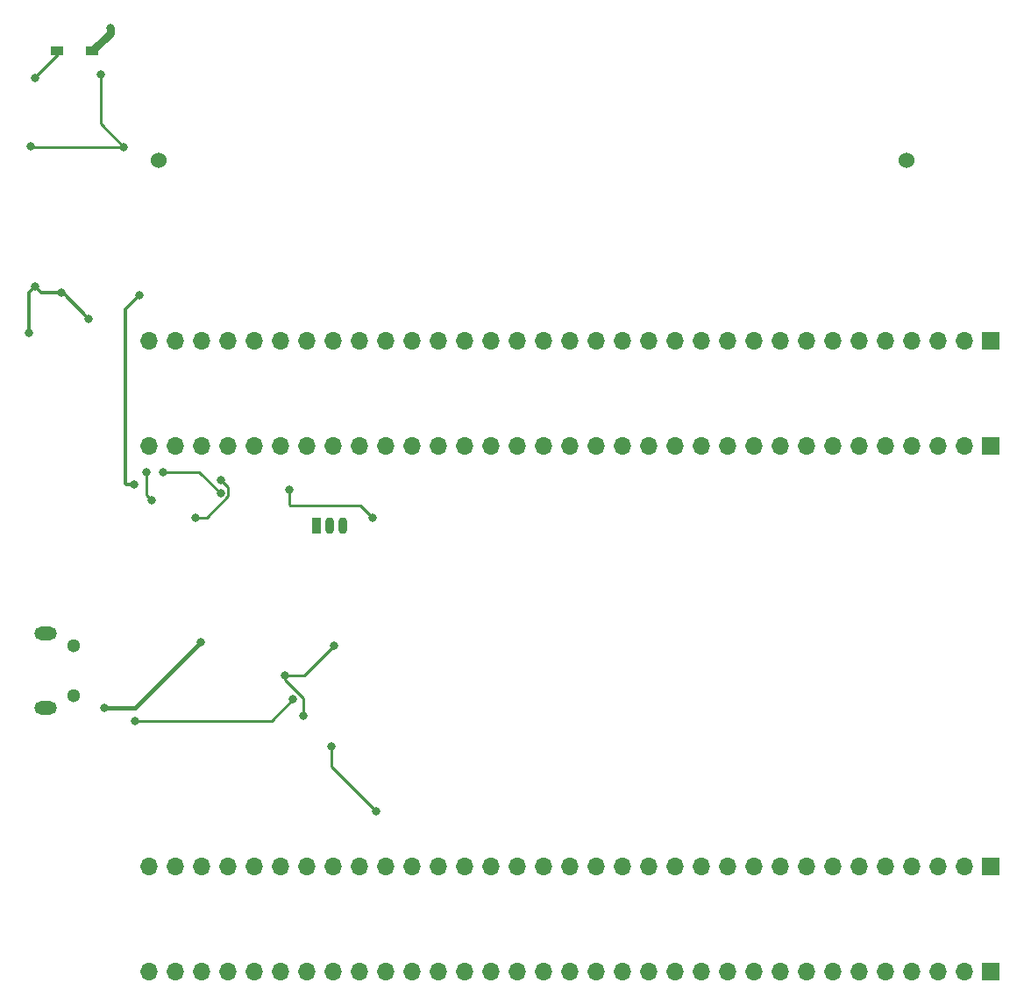
<source format=gbr>
%TF.GenerationSoftware,KiCad,Pcbnew,(6.0.2-0)*%
%TF.CreationDate,2022-03-20T10:30:06+02:00*%
%TF.ProjectId,main,6d61696e-2e6b-4696-9361-645f70636258,rev?*%
%TF.SameCoordinates,Original*%
%TF.FileFunction,Copper,L1,Top*%
%TF.FilePolarity,Positive*%
%FSLAX46Y46*%
G04 Gerber Fmt 4.6, Leading zero omitted, Abs format (unit mm)*
G04 Created by KiCad (PCBNEW (6.0.2-0)) date 2022-03-20 10:30:06*
%MOMM*%
%LPD*%
G01*
G04 APERTURE LIST*
%TA.AperFunction,ComponentPad*%
%ADD10R,1.700000X1.700000*%
%TD*%
%TA.AperFunction,ComponentPad*%
%ADD11O,1.700000X1.700000*%
%TD*%
%TA.AperFunction,ComponentPad*%
%ADD12C,1.524000*%
%TD*%
%TA.AperFunction,SMDPad,CuDef*%
%ADD13R,1.200000X0.950000*%
%TD*%
%TA.AperFunction,ComponentPad*%
%ADD14C,1.300000*%
%TD*%
%TA.AperFunction,ComponentPad*%
%ADD15O,2.200000X1.300000*%
%TD*%
%TA.AperFunction,ComponentPad*%
%ADD16R,0.900000X1.600000*%
%TD*%
%TA.AperFunction,ComponentPad*%
%ADD17O,0.900000X1.600000*%
%TD*%
%TA.AperFunction,ViaPad*%
%ADD18C,0.800000*%
%TD*%
%TA.AperFunction,Conductor*%
%ADD19C,0.250000*%
%TD*%
%TA.AperFunction,Conductor*%
%ADD20C,0.350000*%
%TD*%
%TA.AperFunction,Conductor*%
%ADD21C,0.800000*%
%TD*%
%TA.AperFunction,Conductor*%
%ADD22C,0.400000*%
%TD*%
G04 APERTURE END LIST*
D10*
%TO.P,J2,1,Pin_1*%
%TO.N,+3V0*%
X185280000Y-75610000D03*
D11*
%TO.P,J2,2,Pin_2*%
%TO.N,GND*%
X182740000Y-75610000D03*
%TO.P,J2,3,Pin_3*%
%TO.N,/VBAT*%
X180200000Y-75610000D03*
%TO.P,J2,4,Pin_4*%
%TO.N,/PC13*%
X177660000Y-75610000D03*
%TO.P,J2,5,Pin_5*%
%TO.N,/PC14*%
X175120000Y-75610000D03*
%TO.P,J2,6,Pin_6*%
%TO.N,/PC15*%
X172580000Y-75610000D03*
%TO.P,J2,7,Pin_7*%
%TO.N,/PF0*%
X170040000Y-75610000D03*
%TO.P,J2,8,Pin_8*%
%TO.N,/PF1*%
X167500000Y-75610000D03*
%TO.P,J2,9,Pin_9*%
%TO.N,GND*%
X164960000Y-75610000D03*
%TO.P,J2,10,Pin_10*%
%TO.N,/NRST*%
X162420000Y-75610000D03*
%TO.P,J2,11,Pin_11*%
%TO.N,/PC0*%
X159880000Y-75610000D03*
%TO.P,J2,12,Pin_12*%
%TO.N,/PC1*%
X157340000Y-75610000D03*
%TO.P,J2,13,Pin_13*%
%TO.N,/PC2*%
X154800000Y-75610000D03*
%TO.P,J2,14,Pin_14*%
%TO.N,/PC3*%
X152260000Y-75610000D03*
%TO.P,J2,15,Pin_15*%
%TO.N,/PA0*%
X149720000Y-75610000D03*
%TO.P,J2,16,Pin_16*%
%TO.N,/PA1*%
X147180000Y-75610000D03*
%TO.P,J2,17,Pin_17*%
%TO.N,/PA2*%
X144640000Y-75610000D03*
%TO.P,J2,18,Pin_18*%
%TO.N,/PA3*%
X142100000Y-75610000D03*
%TO.P,J2,19,Pin_19*%
%TO.N,/PF4*%
X139560000Y-75610000D03*
%TO.P,J2,20,Pin_20*%
%TO.N,/PF5*%
X137020000Y-75610000D03*
%TO.P,J2,21,Pin_21*%
%TO.N,/PA4*%
X134480000Y-75610000D03*
%TO.P,J2,22,Pin_22*%
%TO.N,/PA5*%
X131940000Y-75610000D03*
%TO.P,J2,23,Pin_23*%
%TO.N,/PA6*%
X129400000Y-75610000D03*
%TO.P,J2,24,Pin_24*%
%TO.N,/PA7*%
X126860000Y-75610000D03*
%TO.P,J2,25,Pin_25*%
%TO.N,/PC4*%
X124320000Y-75610000D03*
%TO.P,J2,26,Pin_26*%
%TO.N,/PC5*%
X121780000Y-75610000D03*
%TO.P,J2,27,Pin_27*%
%TO.N,/PB0*%
X119240000Y-75610000D03*
%TO.P,J2,28,Pin_28*%
%TO.N,/PB1*%
X116700000Y-75610000D03*
%TO.P,J2,29,Pin_29*%
%TO.N,/PB2*%
X114160000Y-75610000D03*
%TO.P,J2,30,Pin_30*%
%TO.N,/PB10*%
X111620000Y-75610000D03*
%TO.P,J2,31,Pin_31*%
%TO.N,/PB11*%
X109080000Y-75610000D03*
%TO.P,J2,32,Pin_32*%
%TO.N,/PB12*%
X106540000Y-75610000D03*
%TO.P,J2,33,Pin_33*%
%TO.N,GND*%
X104000000Y-75610000D03*
%TD*%
D10*
%TO.P,J1,1,Pin_1*%
%TO.N,+3V0*%
X185280000Y-65450000D03*
D11*
%TO.P,J1,2,Pin_2*%
%TO.N,GND*%
X182740000Y-65450000D03*
%TO.P,J1,3,Pin_3*%
%TO.N,/VBAT*%
X180200000Y-65450000D03*
%TO.P,J1,4,Pin_4*%
%TO.N,/PC13*%
X177660000Y-65450000D03*
%TO.P,J1,5,Pin_5*%
%TO.N,/PC14*%
X175120000Y-65450000D03*
%TO.P,J1,6,Pin_6*%
%TO.N,/PC15*%
X172580000Y-65450000D03*
%TO.P,J1,7,Pin_7*%
%TO.N,/PF0*%
X170040000Y-65450000D03*
%TO.P,J1,8,Pin_8*%
%TO.N,/PF1*%
X167500000Y-65450000D03*
%TO.P,J1,9,Pin_9*%
%TO.N,GND*%
X164960000Y-65450000D03*
%TO.P,J1,10,Pin_10*%
%TO.N,/NRST*%
X162420000Y-65450000D03*
%TO.P,J1,11,Pin_11*%
%TO.N,/PC0*%
X159880000Y-65450000D03*
%TO.P,J1,12,Pin_12*%
%TO.N,/PC1*%
X157340000Y-65450000D03*
%TO.P,J1,13,Pin_13*%
%TO.N,/PC2*%
X154800000Y-65450000D03*
%TO.P,J1,14,Pin_14*%
%TO.N,/PC3*%
X152260000Y-65450000D03*
%TO.P,J1,15,Pin_15*%
%TO.N,/PA0*%
X149720000Y-65450000D03*
%TO.P,J1,16,Pin_16*%
%TO.N,/PA1*%
X147180000Y-65450000D03*
%TO.P,J1,17,Pin_17*%
%TO.N,/PA2*%
X144640000Y-65450000D03*
%TO.P,J1,18,Pin_18*%
%TO.N,/PA3*%
X142100000Y-65450000D03*
%TO.P,J1,19,Pin_19*%
%TO.N,/PF4*%
X139560000Y-65450000D03*
%TO.P,J1,20,Pin_20*%
%TO.N,/PF5*%
X137020000Y-65450000D03*
%TO.P,J1,21,Pin_21*%
%TO.N,/PA4*%
X134480000Y-65450000D03*
%TO.P,J1,22,Pin_22*%
%TO.N,/PA5*%
X131940000Y-65450000D03*
%TO.P,J1,23,Pin_23*%
%TO.N,/PA6*%
X129400000Y-65450000D03*
%TO.P,J1,24,Pin_24*%
%TO.N,/PA7*%
X126860000Y-65450000D03*
%TO.P,J1,25,Pin_25*%
%TO.N,/PC4*%
X124320000Y-65450000D03*
%TO.P,J1,26,Pin_26*%
%TO.N,/PC5*%
X121780000Y-65450000D03*
%TO.P,J1,27,Pin_27*%
%TO.N,/PB0*%
X119240000Y-65450000D03*
%TO.P,J1,28,Pin_28*%
%TO.N,/PB1*%
X116700000Y-65450000D03*
%TO.P,J1,29,Pin_29*%
%TO.N,/PB2*%
X114160000Y-65450000D03*
%TO.P,J1,30,Pin_30*%
%TO.N,/PB10*%
X111620000Y-65450000D03*
%TO.P,J1,31,Pin_31*%
%TO.N,/PB11*%
X109080000Y-65450000D03*
%TO.P,J1,32,Pin_32*%
%TO.N,/PB12*%
X106540000Y-65450000D03*
%TO.P,J1,33,Pin_33*%
%TO.N,GND*%
X104000000Y-65450000D03*
%TD*%
D10*
%TO.P,J4,1,Pin_1*%
%TO.N,+5V*%
X185280000Y-126410000D03*
D11*
%TO.P,J4,2,Pin_2*%
%TO.N,GND*%
X182740000Y-126410000D03*
%TO.P,J4,3,Pin_3*%
%TO.N,/PB9*%
X180200000Y-126410000D03*
%TO.P,J4,4,Pin_4*%
%TO.N,/PB8*%
X177660000Y-126410000D03*
%TO.P,J4,5,Pin_5*%
%TO.N,VDD*%
X175120000Y-126410000D03*
%TO.P,J4,6,Pin_6*%
%TO.N,/BOOT*%
X172580000Y-126410000D03*
%TO.P,J4,7,Pin_7*%
%TO.N,/PB7*%
X170040000Y-126410000D03*
%TO.P,J4,8,Pin_8*%
%TO.N,/PB6*%
X167500000Y-126410000D03*
%TO.P,J4,9,Pin_9*%
%TO.N,/PB5*%
X164960000Y-126410000D03*
%TO.P,J4,10,Pin_10*%
%TO.N,/PB4*%
X162420000Y-126410000D03*
%TO.P,J4,11,Pin_11*%
%TO.N,/PB3*%
X159880000Y-126410000D03*
%TO.P,J4,12,Pin_12*%
%TO.N,/PD2*%
X157340000Y-126410000D03*
%TO.P,J4,13,Pin_13*%
%TO.N,/PC12*%
X154800000Y-126410000D03*
%TO.P,J4,14,Pin_14*%
%TO.N,/PC11*%
X152260000Y-126410000D03*
%TO.P,J4,15,Pin_15*%
%TO.N,/PC10*%
X149720000Y-126410000D03*
%TO.P,J4,16,Pin_16*%
%TO.N,/PA15*%
X147180000Y-126410000D03*
%TO.P,J4,17,Pin_17*%
%TO.N,/PA14*%
X144640000Y-126410000D03*
%TO.P,J4,18,Pin_18*%
%TO.N,/PF7*%
X142100000Y-126410000D03*
%TO.P,J4,19,Pin_19*%
%TO.N,/PF6*%
X139560000Y-126410000D03*
%TO.P,J4,20,Pin_20*%
%TO.N,/PA13*%
X137020000Y-126410000D03*
%TO.P,J4,21,Pin_21*%
%TO.N,/PA12*%
X134480000Y-126410000D03*
%TO.P,J4,22,Pin_22*%
%TO.N,/PA11*%
X131940000Y-126410000D03*
%TO.P,J4,23,Pin_23*%
%TO.N,/PA10*%
X129400000Y-126410000D03*
%TO.P,J4,24,Pin_24*%
%TO.N,/PA9*%
X126860000Y-126410000D03*
%TO.P,J4,25,Pin_25*%
%TO.N,/PA8*%
X124320000Y-126410000D03*
%TO.P,J4,26,Pin_26*%
%TO.N,/PC9*%
X121780000Y-126410000D03*
%TO.P,J4,27,Pin_27*%
%TO.N,/PC8*%
X119240000Y-126410000D03*
%TO.P,J4,28,Pin_28*%
%TO.N,/PC7*%
X116700000Y-126410000D03*
%TO.P,J4,29,Pin_29*%
%TO.N,/PC6*%
X114160000Y-126410000D03*
%TO.P,J4,30,Pin_30*%
%TO.N,/PB15*%
X111620000Y-126410000D03*
%TO.P,J4,31,Pin_31*%
%TO.N,/PB14*%
X109080000Y-126410000D03*
%TO.P,J4,32,Pin_32*%
%TO.N,/PB13*%
X106540000Y-126410000D03*
%TO.P,J4,33,Pin_33*%
%TO.N,GND*%
X104000000Y-126410000D03*
%TD*%
D12*
%TO.P,BT1,1,+*%
%TO.N,/Power/BAT+*%
X177110000Y-48000000D03*
%TO.P,BT1,2,-*%
%TO.N,/Power/BAT-*%
X104890000Y-48000000D03*
%TD*%
D13*
%TO.P,D3,1,K*%
%TO.N,Net-(D3-Pad1)*%
X95100000Y-37490400D03*
%TO.P,D3,2,A*%
%TO.N,/Power/BAT+*%
X98500000Y-37490400D03*
%TD*%
D10*
%TO.P,J3,1,Pin_1*%
%TO.N,+5V*%
X185280000Y-116250000D03*
D11*
%TO.P,J3,2,Pin_2*%
%TO.N,GND*%
X182740000Y-116250000D03*
%TO.P,J3,3,Pin_3*%
%TO.N,/PB9*%
X180200000Y-116250000D03*
%TO.P,J3,4,Pin_4*%
%TO.N,/PB8*%
X177660000Y-116250000D03*
%TO.P,J3,5,Pin_5*%
%TO.N,VDD*%
X175120000Y-116250000D03*
%TO.P,J3,6,Pin_6*%
%TO.N,/BOOT*%
X172580000Y-116250000D03*
%TO.P,J3,7,Pin_7*%
%TO.N,/PB7*%
X170040000Y-116250000D03*
%TO.P,J3,8,Pin_8*%
%TO.N,/PB6*%
X167500000Y-116250000D03*
%TO.P,J3,9,Pin_9*%
%TO.N,/PB5*%
X164960000Y-116250000D03*
%TO.P,J3,10,Pin_10*%
%TO.N,/PB4*%
X162420000Y-116250000D03*
%TO.P,J3,11,Pin_11*%
%TO.N,/PB3*%
X159880000Y-116250000D03*
%TO.P,J3,12,Pin_12*%
%TO.N,/PD2*%
X157340000Y-116250000D03*
%TO.P,J3,13,Pin_13*%
%TO.N,/PC12*%
X154800000Y-116250000D03*
%TO.P,J3,14,Pin_14*%
%TO.N,/PC11*%
X152260000Y-116250000D03*
%TO.P,J3,15,Pin_15*%
%TO.N,/PC10*%
X149720000Y-116250000D03*
%TO.P,J3,16,Pin_16*%
%TO.N,/PA15*%
X147180000Y-116250000D03*
%TO.P,J3,17,Pin_17*%
%TO.N,/PA14*%
X144640000Y-116250000D03*
%TO.P,J3,18,Pin_18*%
%TO.N,/PF7*%
X142100000Y-116250000D03*
%TO.P,J3,19,Pin_19*%
%TO.N,/PF6*%
X139560000Y-116250000D03*
%TO.P,J3,20,Pin_20*%
%TO.N,/PA13*%
X137020000Y-116250000D03*
%TO.P,J3,21,Pin_21*%
%TO.N,/PA12*%
X134480000Y-116250000D03*
%TO.P,J3,22,Pin_22*%
%TO.N,/PA11*%
X131940000Y-116250000D03*
%TO.P,J3,23,Pin_23*%
%TO.N,/PA10*%
X129400000Y-116250000D03*
%TO.P,J3,24,Pin_24*%
%TO.N,/PA9*%
X126860000Y-116250000D03*
%TO.P,J3,25,Pin_25*%
%TO.N,/PA8*%
X124320000Y-116250000D03*
%TO.P,J3,26,Pin_26*%
%TO.N,/PC9*%
X121780000Y-116250000D03*
%TO.P,J3,27,Pin_27*%
%TO.N,/PC8*%
X119240000Y-116250000D03*
%TO.P,J3,28,Pin_28*%
%TO.N,/PC7*%
X116700000Y-116250000D03*
%TO.P,J3,29,Pin_29*%
%TO.N,/PC6*%
X114160000Y-116250000D03*
%TO.P,J3,30,Pin_30*%
%TO.N,/PB15*%
X111620000Y-116250000D03*
%TO.P,J3,31,Pin_31*%
%TO.N,/PB14*%
X109080000Y-116250000D03*
%TO.P,J3,32,Pin_32*%
%TO.N,/PB13*%
X106540000Y-116250000D03*
%TO.P,J3,33,Pin_33*%
%TO.N,GND*%
X104000000Y-116250000D03*
%TD*%
D14*
%TO.P,U4,6,SH1*%
%TO.N,Net-(D4-Pad2)*%
X96705000Y-94933200D03*
D15*
%TO.P,U4,7,SH2*%
X94035000Y-93758200D03*
%TO.P,U4,8,SH3*%
X94035000Y-100958200D03*
D14*
%TO.P,U4,9,SH4*%
X96705000Y-99783200D03*
%TD*%
D16*
%TO.P,U1,1,+Vs*%
%TO.N,/3V3*%
X120142000Y-83341690D03*
D17*
%TO.P,U1,2,Vout*%
%TO.N,/PC5*%
X121412000Y-83341690D03*
%TO.P,U1,3,GND*%
%TO.N,GND*%
X122682000Y-83341690D03*
%TD*%
D18*
%TO.N,GND*%
X92550000Y-46650000D03*
X92950000Y-60200000D03*
X117100000Y-97800000D03*
X103700000Y-78200000D03*
X92350000Y-64700000D03*
X95500000Y-60850000D03*
X110900000Y-78900000D03*
X101550000Y-46750000D03*
X121850000Y-94950000D03*
X104200000Y-80850000D03*
X98150000Y-63350000D03*
X108450000Y-82550000D03*
X99300000Y-39750000D03*
X117550000Y-79850000D03*
X118850000Y-101750000D03*
X125550000Y-82550000D03*
%TO.N,/PB11*%
X110900000Y-80200000D03*
X105350000Y-78150000D03*
%TO.N,/PA10*%
X121600000Y-104650000D03*
X125950000Y-110950000D03*
%TO.N,/Power/BAT+*%
X100250000Y-35250000D03*
%TO.N,/3V3*%
X102550000Y-79400000D03*
X103050000Y-61050000D03*
%TO.N,Net-(D3-Pad1)*%
X92950000Y-40100000D03*
%TO.N,/microcontroller_interfacing/D-*%
X102650000Y-102200000D03*
X117900000Y-100100000D03*
%TO.N,/USB_5V*%
X99700000Y-100950000D03*
X108950000Y-94600000D03*
%TD*%
D19*
%TO.N,GND*%
X92650000Y-46750000D02*
X92550000Y-46650000D01*
X101550000Y-46750000D02*
X92650000Y-46750000D01*
X117650000Y-81400000D02*
X117550000Y-81300000D01*
X124400000Y-81400000D02*
X117650000Y-81400000D01*
X117100000Y-97800000D02*
X119000000Y-97800000D01*
D20*
X93600000Y-60850000D02*
X92950000Y-60200000D01*
D19*
X118850000Y-101750000D02*
X118850000Y-100025386D01*
X99300000Y-44500000D02*
X99300000Y-39750000D01*
X117100000Y-98275386D02*
X117100000Y-97800000D01*
X110900000Y-78900000D02*
X111624511Y-79624511D01*
X103700000Y-80350000D02*
X103700000Y-78200000D01*
X118850000Y-100025386D02*
X117100000Y-98275386D01*
X119000000Y-97800000D02*
X121850000Y-94950000D01*
D20*
X92350000Y-60800000D02*
X92350000Y-64700000D01*
D19*
X117550000Y-81300000D02*
X117550000Y-79850000D01*
X109574614Y-82550000D02*
X108450000Y-82550000D01*
D20*
X95500000Y-60850000D02*
X93600000Y-60850000D01*
D19*
X101550000Y-46750000D02*
X99300000Y-44500000D01*
D20*
X95650000Y-60850000D02*
X95500000Y-60850000D01*
D19*
X111624511Y-80500103D02*
X109574614Y-82550000D01*
X125550000Y-82550000D02*
X124400000Y-81400000D01*
D20*
X92950000Y-60200000D02*
X92350000Y-60800000D01*
X98150000Y-63350000D02*
X95650000Y-60850000D01*
D19*
X111624511Y-79624511D02*
X111624511Y-80500103D01*
X104200000Y-80850000D02*
X103700000Y-80350000D01*
%TO.N,/PB11*%
X108850000Y-78150000D02*
X105350000Y-78150000D01*
X110900000Y-80200000D02*
X108850000Y-78150000D01*
%TO.N,/PA10*%
X121600000Y-106600000D02*
X121600000Y-104650000D01*
X125950000Y-110950000D02*
X121600000Y-106600000D01*
D21*
%TO.N,/Power/BAT+*%
X100250000Y-35250000D02*
X100250000Y-35740400D01*
X100250000Y-35740400D02*
X98500000Y-37490400D01*
D20*
%TO.N,/3V3*%
X101700000Y-79300000D02*
X101800000Y-79400000D01*
X103050000Y-61050000D02*
X101700000Y-62400000D01*
X101800000Y-79400000D02*
X102550000Y-79400000D01*
X101700000Y-62400000D02*
X101700000Y-79300000D01*
%TO.N,Net-(D3-Pad1)*%
X92950000Y-40100000D02*
X95100000Y-37950000D01*
X95100000Y-37950000D02*
X95100000Y-37490400D01*
D19*
%TO.N,/microcontroller_interfacing/D-*%
X115800000Y-102200000D02*
X102650000Y-102200000D01*
X117900000Y-100100000D02*
X115800000Y-102200000D01*
D22*
%TO.N,/USB_5V*%
X99700000Y-100950000D02*
X102600000Y-100950000D01*
X102600000Y-100950000D02*
X108950000Y-94600000D01*
%TD*%
M02*

</source>
